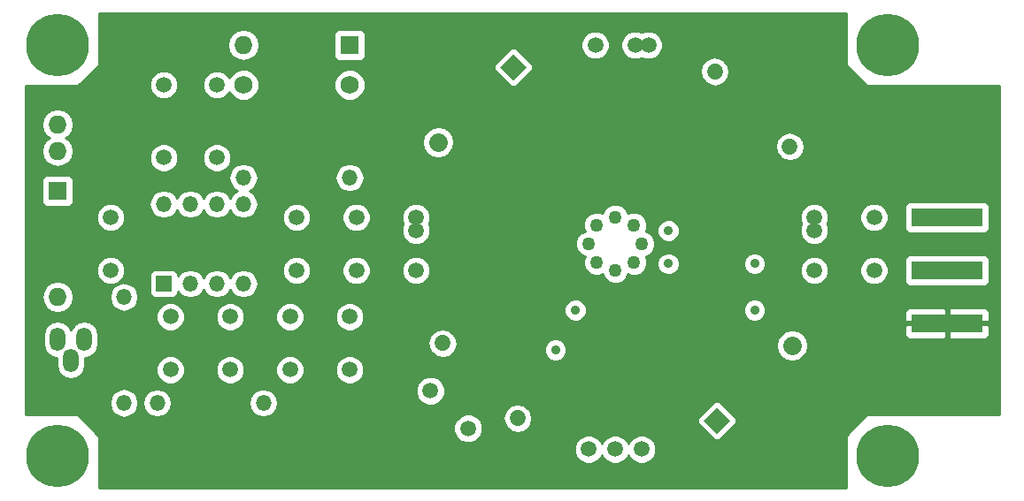
<source format=gbl>
G04 (created by PCBNEW (22-Jun-2014 BZR 4027)-stable) date Wed 13 Dec 2017 11:48:00 PM CST*
%MOIN*%
G04 Gerber Fmt 3.4, Leading zero omitted, Abs format*
%FSLAX34Y34*%
G01*
G70*
G90*
G04 APERTURE LIST*
%ADD10C,0.00590551*%
%ADD11O,0.059X0.0885*%
%ADD12O,0.059X0.059*%
%ADD13C,0.059*%
%ADD14R,0.069X0.069*%
%ADD15O,0.069X0.069*%
%ADD16C,0.069*%
%ADD17C,0.059*%
%ADD18C,0.05*%
%ADD19R,0.059X0.059*%
%ADD20R,0.269X0.069*%
%ADD21C,0.23622*%
%ADD22O,0.032X0.032*%
%ADD23C,0.069*%
%ADD24C,0.035*%
%ADD25C,0.01*%
G04 APERTURE END LIST*
G54D10*
G54D11*
X81500Y-55602D03*
X81000Y-56397D03*
X80500Y-55602D03*
G54D12*
X83000Y-54000D03*
X83000Y-58000D03*
X88250Y-58000D03*
X84250Y-58000D03*
G54D13*
X95000Y-55750D02*
X95000Y-55750D01*
X97828Y-58578D02*
X97828Y-58578D01*
X105250Y-45500D02*
X105250Y-45500D01*
X108078Y-48328D02*
X108078Y-48328D01*
G54D12*
X87500Y-49500D03*
X91500Y-49500D03*
G54D14*
X80500Y-50000D03*
G54D15*
X80500Y-54000D03*
G54D10*
G36*
X105335Y-58176D02*
X105823Y-58664D01*
X105335Y-59152D01*
X104847Y-58664D01*
X105335Y-58176D01*
X105335Y-58176D01*
G37*
G54D16*
X108164Y-55835D02*
X108164Y-55835D01*
G54D10*
G36*
X97664Y-45823D02*
X97176Y-45335D01*
X97664Y-44847D01*
X98152Y-45335D01*
X97664Y-45823D01*
X97664Y-45823D01*
G37*
G54D16*
X94835Y-48164D02*
X94835Y-48164D01*
G54D14*
X91500Y-44500D03*
G54D15*
X87500Y-44500D03*
G54D17*
X87000Y-54750D03*
X87000Y-56750D03*
X91500Y-56750D03*
X91500Y-54750D03*
X82500Y-51000D03*
X82500Y-53000D03*
X111250Y-51000D03*
X111250Y-53000D03*
X84750Y-56750D03*
X84750Y-54750D03*
X84500Y-48750D03*
X86500Y-48750D03*
X95957Y-58957D03*
X94542Y-57542D03*
X89500Y-51000D03*
X89500Y-53000D03*
X91750Y-51000D03*
X91750Y-53000D03*
X89250Y-54750D03*
X89250Y-56750D03*
G54D18*
X101500Y-51000D03*
X102500Y-52000D03*
X102200Y-52700D03*
X102200Y-51300D03*
X101500Y-53000D03*
X100800Y-52700D03*
X100500Y-52000D03*
X100800Y-51300D03*
G54D19*
X84500Y-53500D03*
G54D12*
X85500Y-53500D03*
X86500Y-53500D03*
X87500Y-53500D03*
X87500Y-50500D03*
X86500Y-50500D03*
X84500Y-50500D03*
X85500Y-50500D03*
G54D20*
X114000Y-51000D03*
X114000Y-53000D03*
G54D15*
X80500Y-47500D03*
X80500Y-48500D03*
G54D21*
X80500Y-44500D03*
X111750Y-44500D03*
X111750Y-60000D03*
X80500Y-60000D03*
G54D22*
X100250Y-43500D03*
X101750Y-61000D03*
X79500Y-50000D03*
X80250Y-46250D03*
X81000Y-46250D03*
X79500Y-46250D03*
X82250Y-43500D03*
X82250Y-44250D03*
X82250Y-45000D03*
X81750Y-46250D03*
X82250Y-45750D03*
X110000Y-43500D03*
X110000Y-44250D03*
X110000Y-45000D03*
X110000Y-45750D03*
X111250Y-46250D03*
X110500Y-46250D03*
X115750Y-46250D03*
X115000Y-46250D03*
X114250Y-46250D03*
X113500Y-46250D03*
X112750Y-46250D03*
X112000Y-46250D03*
X115750Y-58250D03*
X115000Y-58250D03*
X114250Y-58250D03*
X113500Y-58250D03*
X112750Y-58250D03*
X112000Y-58250D03*
X111250Y-58250D03*
X110000Y-61000D03*
X110000Y-60250D03*
X110000Y-59500D03*
X110000Y-58750D03*
X110500Y-58250D03*
X79500Y-58250D03*
X80250Y-58250D03*
X81000Y-58250D03*
X81750Y-58250D03*
X82250Y-61000D03*
X82250Y-60250D03*
X82250Y-59500D03*
X82250Y-58750D03*
X79500Y-57500D03*
X79500Y-56750D03*
X79500Y-56000D03*
X79500Y-55250D03*
X79500Y-54500D03*
X79500Y-53750D03*
X79500Y-47000D03*
X79500Y-47750D03*
X79500Y-48500D03*
X79500Y-49250D03*
X79500Y-50750D03*
X79500Y-51500D03*
X79500Y-53000D03*
X79500Y-52250D03*
X115750Y-47000D03*
X115750Y-47750D03*
X115750Y-48500D03*
X115750Y-49250D03*
X115750Y-50000D03*
X115750Y-50750D03*
X115750Y-51500D03*
X115750Y-52250D03*
X115750Y-53000D03*
X115750Y-53750D03*
X115750Y-54500D03*
X115750Y-55250D03*
X115750Y-56000D03*
X115750Y-56750D03*
X115750Y-57500D03*
X109250Y-43500D03*
X108500Y-43500D03*
X107750Y-43500D03*
X107000Y-43500D03*
X106250Y-43500D03*
X105500Y-43500D03*
X104750Y-43500D03*
X104000Y-43500D03*
X103250Y-43500D03*
X102500Y-43500D03*
X101750Y-43500D03*
X101000Y-43500D03*
X99500Y-43500D03*
X98750Y-43500D03*
X98000Y-43500D03*
X97250Y-43500D03*
X96500Y-43500D03*
X95750Y-43500D03*
X95000Y-43500D03*
X94250Y-43500D03*
X93500Y-43500D03*
X92750Y-43500D03*
X92000Y-43500D03*
X91250Y-43500D03*
X90500Y-43500D03*
X89750Y-43500D03*
X89000Y-43500D03*
X88250Y-43500D03*
X87500Y-43500D03*
X86750Y-43500D03*
X86000Y-43500D03*
X85250Y-43500D03*
X84500Y-43500D03*
X83750Y-43500D03*
X83000Y-43500D03*
X83750Y-61000D03*
X83000Y-61000D03*
X84500Y-61000D03*
X85250Y-61000D03*
X86000Y-61000D03*
X86750Y-61000D03*
X87500Y-61000D03*
X88250Y-61000D03*
X89000Y-61000D03*
X89750Y-61000D03*
X90500Y-61000D03*
X91250Y-61000D03*
X92000Y-61000D03*
X92750Y-61000D03*
X93500Y-61000D03*
X94250Y-61000D03*
X95000Y-61000D03*
X95750Y-61000D03*
X96500Y-61000D03*
X97250Y-61000D03*
X98000Y-61000D03*
X98750Y-61000D03*
X99500Y-61000D03*
X100250Y-61000D03*
X101000Y-61000D03*
X102500Y-61000D03*
X103250Y-61000D03*
X104000Y-61000D03*
X104750Y-61000D03*
X105500Y-61000D03*
X106250Y-61000D03*
X107000Y-61000D03*
X107750Y-61000D03*
X108500Y-61000D03*
G54D20*
X114000Y-55000D03*
G54D22*
X109250Y-61000D03*
G54D23*
X87500Y-46000D03*
X91500Y-46000D03*
G54D17*
X86500Y-46000D03*
X84500Y-46000D03*
X102500Y-59750D03*
X100500Y-59750D03*
X101500Y-59750D03*
X102750Y-44500D03*
X100750Y-44500D03*
X102250Y-44500D03*
X109000Y-51000D03*
X109000Y-53000D03*
X109000Y-51500D03*
X94000Y-51000D03*
X94000Y-53000D03*
X94000Y-51500D03*
G54D24*
X103500Y-51500D03*
X103500Y-52750D03*
X99250Y-56000D03*
X100000Y-54500D03*
X106750Y-52750D03*
X106750Y-54500D03*
G54D10*
G36*
X115950Y-58450D02*
X115595Y-58450D01*
X115595Y-55394D01*
X115595Y-54605D01*
X115595Y-53295D01*
X115595Y-52605D01*
X115595Y-51295D01*
X115595Y-50605D01*
X115557Y-50513D01*
X115486Y-50443D01*
X115394Y-50405D01*
X115295Y-50404D01*
X112605Y-50404D01*
X112513Y-50442D01*
X112443Y-50513D01*
X112405Y-50605D01*
X112404Y-50704D01*
X112404Y-51394D01*
X112442Y-51486D01*
X112513Y-51556D01*
X112605Y-51594D01*
X112704Y-51595D01*
X115394Y-51595D01*
X115486Y-51557D01*
X115556Y-51486D01*
X115594Y-51394D01*
X115595Y-51295D01*
X115595Y-52605D01*
X115557Y-52513D01*
X115486Y-52443D01*
X115394Y-52405D01*
X115295Y-52404D01*
X112605Y-52404D01*
X112513Y-52442D01*
X112443Y-52513D01*
X112405Y-52605D01*
X112404Y-52704D01*
X112404Y-53394D01*
X112442Y-53486D01*
X112513Y-53556D01*
X112605Y-53594D01*
X112704Y-53595D01*
X115394Y-53595D01*
X115486Y-53557D01*
X115556Y-53486D01*
X115594Y-53394D01*
X115595Y-53295D01*
X115595Y-54605D01*
X115557Y-54513D01*
X115486Y-54443D01*
X115394Y-54405D01*
X115295Y-54404D01*
X114112Y-54405D01*
X114050Y-54467D01*
X114050Y-54950D01*
X115532Y-54950D01*
X115595Y-54887D01*
X115595Y-54605D01*
X115595Y-55394D01*
X115595Y-55112D01*
X115532Y-55050D01*
X114050Y-55050D01*
X114050Y-55532D01*
X114112Y-55595D01*
X115295Y-55595D01*
X115394Y-55594D01*
X115486Y-55556D01*
X115557Y-55486D01*
X115595Y-55394D01*
X115595Y-58450D01*
X113950Y-58450D01*
X113950Y-55532D01*
X113950Y-55050D01*
X113950Y-54950D01*
X113950Y-54467D01*
X113887Y-54405D01*
X112704Y-54404D01*
X112605Y-54405D01*
X112513Y-54443D01*
X112442Y-54513D01*
X112404Y-54605D01*
X112405Y-54887D01*
X112467Y-54950D01*
X113950Y-54950D01*
X113950Y-55050D01*
X112467Y-55050D01*
X112405Y-55112D01*
X112404Y-55394D01*
X112442Y-55486D01*
X112513Y-55556D01*
X112605Y-55594D01*
X112704Y-55595D01*
X113887Y-55595D01*
X113950Y-55532D01*
X113950Y-58450D01*
X111795Y-58450D01*
X111795Y-52892D01*
X111795Y-50892D01*
X111712Y-50691D01*
X111559Y-50538D01*
X111358Y-50455D01*
X111142Y-50454D01*
X110941Y-50537D01*
X110788Y-50690D01*
X110705Y-50891D01*
X110704Y-51107D01*
X110787Y-51308D01*
X110940Y-51461D01*
X111141Y-51544D01*
X111357Y-51545D01*
X111558Y-51462D01*
X111711Y-51309D01*
X111794Y-51108D01*
X111795Y-50892D01*
X111795Y-52892D01*
X111712Y-52691D01*
X111559Y-52538D01*
X111358Y-52455D01*
X111142Y-52454D01*
X110941Y-52537D01*
X110788Y-52690D01*
X110705Y-52891D01*
X110704Y-53107D01*
X110787Y-53308D01*
X110940Y-53461D01*
X111141Y-53544D01*
X111357Y-53545D01*
X111558Y-53462D01*
X111711Y-53309D01*
X111794Y-53108D01*
X111795Y-52892D01*
X111795Y-58450D01*
X110979Y-58450D01*
X110200Y-59229D01*
X110200Y-61200D01*
X109545Y-61200D01*
X109545Y-52892D01*
X109545Y-51392D01*
X109486Y-51249D01*
X109544Y-51108D01*
X109545Y-50892D01*
X109462Y-50691D01*
X109309Y-50538D01*
X109108Y-50455D01*
X108892Y-50454D01*
X108691Y-50537D01*
X108630Y-50598D01*
X108630Y-48335D01*
X108589Y-48127D01*
X108471Y-47950D01*
X108456Y-47935D01*
X108279Y-47817D01*
X108070Y-47775D01*
X107862Y-47817D01*
X107685Y-47935D01*
X107567Y-48112D01*
X107525Y-48320D01*
X107567Y-48529D01*
X107685Y-48706D01*
X107700Y-48721D01*
X107877Y-48839D01*
X108085Y-48880D01*
X108294Y-48839D01*
X108471Y-48721D01*
X108589Y-48544D01*
X108630Y-48335D01*
X108630Y-50598D01*
X108538Y-50690D01*
X108455Y-50891D01*
X108454Y-51107D01*
X108513Y-51250D01*
X108455Y-51391D01*
X108454Y-51607D01*
X108537Y-51808D01*
X108690Y-51961D01*
X108891Y-52044D01*
X109107Y-52045D01*
X109308Y-51962D01*
X109461Y-51809D01*
X109544Y-51608D01*
X109545Y-51392D01*
X109545Y-52892D01*
X109462Y-52691D01*
X109309Y-52538D01*
X109108Y-52455D01*
X108892Y-52454D01*
X108691Y-52537D01*
X108538Y-52690D01*
X108455Y-52891D01*
X108454Y-53107D01*
X108537Y-53308D01*
X108690Y-53461D01*
X108891Y-53544D01*
X109107Y-53545D01*
X109308Y-53462D01*
X109461Y-53309D01*
X109544Y-53108D01*
X109545Y-52892D01*
X109545Y-61200D01*
X108767Y-61200D01*
X108767Y-55827D01*
X108722Y-55599D01*
X108593Y-55406D01*
X108400Y-55277D01*
X108172Y-55232D01*
X107944Y-55277D01*
X107751Y-55406D01*
X107735Y-55423D01*
X107606Y-55616D01*
X107560Y-55844D01*
X107606Y-56071D01*
X107735Y-56264D01*
X107928Y-56393D01*
X108155Y-56439D01*
X108383Y-56393D01*
X108576Y-56264D01*
X108593Y-56248D01*
X108722Y-56055D01*
X108767Y-55827D01*
X108767Y-61200D01*
X107175Y-61200D01*
X107175Y-54415D01*
X107175Y-52665D01*
X107110Y-52509D01*
X106991Y-52389D01*
X106834Y-52325D01*
X106665Y-52324D01*
X106509Y-52389D01*
X106389Y-52508D01*
X106325Y-52665D01*
X106324Y-52834D01*
X106389Y-52990D01*
X106508Y-53110D01*
X106665Y-53174D01*
X106834Y-53175D01*
X106990Y-53110D01*
X107110Y-52991D01*
X107174Y-52834D01*
X107175Y-52665D01*
X107175Y-54415D01*
X107110Y-54259D01*
X106991Y-54139D01*
X106834Y-54075D01*
X106665Y-54074D01*
X106509Y-54139D01*
X106389Y-54258D01*
X106325Y-54415D01*
X106324Y-54584D01*
X106389Y-54740D01*
X106508Y-54860D01*
X106665Y-54924D01*
X106834Y-54925D01*
X106990Y-54860D01*
X107110Y-54741D01*
X107174Y-54584D01*
X107175Y-54415D01*
X107175Y-61200D01*
X106073Y-61200D01*
X106073Y-58614D01*
X106035Y-58522D01*
X105965Y-58452D01*
X105802Y-58289D01*
X105802Y-45507D01*
X105761Y-45298D01*
X105642Y-45122D01*
X105627Y-45107D01*
X105451Y-44988D01*
X105242Y-44947D01*
X105033Y-44988D01*
X104857Y-45107D01*
X104738Y-45283D01*
X104697Y-45492D01*
X104738Y-45701D01*
X104857Y-45877D01*
X104872Y-45892D01*
X105048Y-46011D01*
X105257Y-46052D01*
X105466Y-46011D01*
X105642Y-45892D01*
X105761Y-45716D01*
X105802Y-45507D01*
X105802Y-58289D01*
X105477Y-57964D01*
X105385Y-57926D01*
X105286Y-57926D01*
X105194Y-57964D01*
X105123Y-58034D01*
X104636Y-58522D01*
X104597Y-58614D01*
X104597Y-58713D01*
X104635Y-58805D01*
X104706Y-58876D01*
X105193Y-59363D01*
X105285Y-59402D01*
X105385Y-59402D01*
X105477Y-59364D01*
X105547Y-59293D01*
X106035Y-58806D01*
X106073Y-58714D01*
X106073Y-58614D01*
X106073Y-61200D01*
X103925Y-61200D01*
X103925Y-52665D01*
X103925Y-51415D01*
X103860Y-51259D01*
X103741Y-51139D01*
X103584Y-51075D01*
X103415Y-51074D01*
X103295Y-51124D01*
X103295Y-44392D01*
X103212Y-44191D01*
X103059Y-44038D01*
X102858Y-43955D01*
X102642Y-43954D01*
X102499Y-44013D01*
X102358Y-43955D01*
X102142Y-43954D01*
X101941Y-44037D01*
X101788Y-44190D01*
X101705Y-44391D01*
X101704Y-44607D01*
X101787Y-44808D01*
X101940Y-44961D01*
X102141Y-45044D01*
X102357Y-45045D01*
X102500Y-44986D01*
X102641Y-45044D01*
X102857Y-45045D01*
X103058Y-44962D01*
X103211Y-44809D01*
X103294Y-44608D01*
X103295Y-44392D01*
X103295Y-51124D01*
X103259Y-51139D01*
X103139Y-51258D01*
X103075Y-51415D01*
X103074Y-51584D01*
X103139Y-51740D01*
X103258Y-51860D01*
X103415Y-51924D01*
X103584Y-51925D01*
X103740Y-51860D01*
X103860Y-51741D01*
X103924Y-51584D01*
X103925Y-51415D01*
X103925Y-52665D01*
X103860Y-52509D01*
X103741Y-52389D01*
X103584Y-52325D01*
X103415Y-52324D01*
X103259Y-52389D01*
X103139Y-52508D01*
X103075Y-52665D01*
X103074Y-52834D01*
X103139Y-52990D01*
X103258Y-53110D01*
X103415Y-53174D01*
X103584Y-53175D01*
X103740Y-53110D01*
X103860Y-52991D01*
X103924Y-52834D01*
X103925Y-52665D01*
X103925Y-61200D01*
X103045Y-61200D01*
X103045Y-59642D01*
X103000Y-59533D01*
X103000Y-51900D01*
X102924Y-51717D01*
X102783Y-51576D01*
X102649Y-51520D01*
X102699Y-51399D01*
X102700Y-51200D01*
X102624Y-51017D01*
X102483Y-50876D01*
X102299Y-50800D01*
X102100Y-50799D01*
X101979Y-50850D01*
X101924Y-50717D01*
X101783Y-50576D01*
X101599Y-50500D01*
X101400Y-50499D01*
X101295Y-50543D01*
X101295Y-44392D01*
X101212Y-44191D01*
X101059Y-44038D01*
X100858Y-43955D01*
X100642Y-43954D01*
X100441Y-44037D01*
X100288Y-44190D01*
X100205Y-44391D01*
X100204Y-44607D01*
X100287Y-44808D01*
X100440Y-44961D01*
X100641Y-45044D01*
X100857Y-45045D01*
X101058Y-44962D01*
X101211Y-44809D01*
X101294Y-44608D01*
X101295Y-44392D01*
X101295Y-50543D01*
X101217Y-50575D01*
X101076Y-50716D01*
X101020Y-50850D01*
X100899Y-50800D01*
X100700Y-50799D01*
X100517Y-50875D01*
X100376Y-51016D01*
X100300Y-51200D01*
X100299Y-51399D01*
X100350Y-51520D01*
X100217Y-51575D01*
X100076Y-51716D01*
X100000Y-51900D01*
X99999Y-52099D01*
X100075Y-52282D01*
X100216Y-52423D01*
X100350Y-52479D01*
X100300Y-52600D01*
X100299Y-52799D01*
X100375Y-52982D01*
X100516Y-53123D01*
X100700Y-53199D01*
X100899Y-53200D01*
X101020Y-53149D01*
X101075Y-53282D01*
X101216Y-53423D01*
X101400Y-53499D01*
X101599Y-53500D01*
X101782Y-53424D01*
X101923Y-53283D01*
X101979Y-53149D01*
X102100Y-53199D01*
X102299Y-53200D01*
X102482Y-53124D01*
X102623Y-52983D01*
X102699Y-52799D01*
X102700Y-52600D01*
X102649Y-52479D01*
X102782Y-52424D01*
X102923Y-52283D01*
X102999Y-52099D01*
X103000Y-51900D01*
X103000Y-59533D01*
X102962Y-59441D01*
X102809Y-59288D01*
X102608Y-59205D01*
X102392Y-59204D01*
X102191Y-59287D01*
X102038Y-59440D01*
X102000Y-59532D01*
X101962Y-59441D01*
X101809Y-59288D01*
X101608Y-59205D01*
X101392Y-59204D01*
X101191Y-59287D01*
X101038Y-59440D01*
X101000Y-59532D01*
X100962Y-59441D01*
X100809Y-59288D01*
X100608Y-59205D01*
X100425Y-59204D01*
X100425Y-54415D01*
X100360Y-54259D01*
X100241Y-54139D01*
X100084Y-54075D01*
X99915Y-54074D01*
X99759Y-54139D01*
X99639Y-54258D01*
X99575Y-54415D01*
X99574Y-54584D01*
X99639Y-54740D01*
X99758Y-54860D01*
X99915Y-54924D01*
X100084Y-54925D01*
X100240Y-54860D01*
X100360Y-54741D01*
X100424Y-54584D01*
X100425Y-54415D01*
X100425Y-59204D01*
X100392Y-59204D01*
X100191Y-59287D01*
X100038Y-59440D01*
X99955Y-59641D01*
X99954Y-59857D01*
X100037Y-60058D01*
X100190Y-60211D01*
X100391Y-60294D01*
X100607Y-60295D01*
X100808Y-60212D01*
X100961Y-60059D01*
X100999Y-59967D01*
X101037Y-60058D01*
X101190Y-60211D01*
X101391Y-60294D01*
X101607Y-60295D01*
X101808Y-60212D01*
X101961Y-60059D01*
X101999Y-59967D01*
X102037Y-60058D01*
X102190Y-60211D01*
X102391Y-60294D01*
X102607Y-60295D01*
X102808Y-60212D01*
X102961Y-60059D01*
X103044Y-59858D01*
X103045Y-59642D01*
X103045Y-61200D01*
X99675Y-61200D01*
X99675Y-55915D01*
X99610Y-55759D01*
X99491Y-55639D01*
X99334Y-55575D01*
X99165Y-55574D01*
X99009Y-55639D01*
X98889Y-55758D01*
X98825Y-55915D01*
X98824Y-56084D01*
X98889Y-56240D01*
X99008Y-56360D01*
X99165Y-56424D01*
X99334Y-56425D01*
X99490Y-56360D01*
X99610Y-56241D01*
X99674Y-56084D01*
X99675Y-55915D01*
X99675Y-61200D01*
X98402Y-61200D01*
X98402Y-45286D01*
X98364Y-45194D01*
X98293Y-45123D01*
X97806Y-44636D01*
X97714Y-44597D01*
X97614Y-44597D01*
X97522Y-44635D01*
X97452Y-44706D01*
X96964Y-45193D01*
X96926Y-45285D01*
X96926Y-45385D01*
X96964Y-45477D01*
X97034Y-45547D01*
X97522Y-46035D01*
X97614Y-46073D01*
X97713Y-46073D01*
X97805Y-46035D01*
X97876Y-45965D01*
X98363Y-45477D01*
X98402Y-45385D01*
X98402Y-45286D01*
X98402Y-61200D01*
X98380Y-61200D01*
X98380Y-58585D01*
X98339Y-58377D01*
X98221Y-58200D01*
X98206Y-58185D01*
X98029Y-58067D01*
X97820Y-58025D01*
X97612Y-58067D01*
X97435Y-58185D01*
X97317Y-58362D01*
X97275Y-58570D01*
X97317Y-58779D01*
X97435Y-58956D01*
X97450Y-58971D01*
X97627Y-59089D01*
X97835Y-59130D01*
X98044Y-59089D01*
X98221Y-58971D01*
X98339Y-58794D01*
X98380Y-58585D01*
X98380Y-61200D01*
X96502Y-61200D01*
X96502Y-58849D01*
X96419Y-58648D01*
X96266Y-58495D01*
X96065Y-58412D01*
X95849Y-58412D01*
X95648Y-58494D01*
X95552Y-58590D01*
X95552Y-55757D01*
X95511Y-55548D01*
X95439Y-55441D01*
X95439Y-48155D01*
X95393Y-47928D01*
X95264Y-47735D01*
X95071Y-47606D01*
X94844Y-47560D01*
X94616Y-47606D01*
X94423Y-47735D01*
X94406Y-47751D01*
X94277Y-47944D01*
X94232Y-48172D01*
X94277Y-48400D01*
X94406Y-48593D01*
X94599Y-48722D01*
X94827Y-48767D01*
X95055Y-48722D01*
X95248Y-48593D01*
X95264Y-48576D01*
X95393Y-48383D01*
X95439Y-48155D01*
X95439Y-55441D01*
X95392Y-55372D01*
X95377Y-55357D01*
X95201Y-55238D01*
X94992Y-55197D01*
X94783Y-55238D01*
X94607Y-55357D01*
X94545Y-55449D01*
X94545Y-52892D01*
X94545Y-51392D01*
X94486Y-51249D01*
X94544Y-51108D01*
X94545Y-50892D01*
X94462Y-50691D01*
X94309Y-50538D01*
X94108Y-50455D01*
X93892Y-50454D01*
X93691Y-50537D01*
X93538Y-50690D01*
X93455Y-50891D01*
X93454Y-51107D01*
X93513Y-51250D01*
X93455Y-51391D01*
X93454Y-51607D01*
X93537Y-51808D01*
X93690Y-51961D01*
X93891Y-52044D01*
X94107Y-52045D01*
X94308Y-51962D01*
X94461Y-51809D01*
X94544Y-51608D01*
X94545Y-51392D01*
X94545Y-52892D01*
X94462Y-52691D01*
X94309Y-52538D01*
X94108Y-52455D01*
X93892Y-52454D01*
X93691Y-52537D01*
X93538Y-52690D01*
X93455Y-52891D01*
X93454Y-53107D01*
X93537Y-53308D01*
X93690Y-53461D01*
X93891Y-53544D01*
X94107Y-53545D01*
X94308Y-53462D01*
X94461Y-53309D01*
X94544Y-53108D01*
X94545Y-52892D01*
X94545Y-55449D01*
X94488Y-55533D01*
X94447Y-55742D01*
X94488Y-55951D01*
X94607Y-56127D01*
X94622Y-56142D01*
X94798Y-56261D01*
X95007Y-56302D01*
X95216Y-56261D01*
X95392Y-56142D01*
X95511Y-55966D01*
X95552Y-55757D01*
X95552Y-58590D01*
X95495Y-58647D01*
X95412Y-58848D01*
X95412Y-59065D01*
X95494Y-59265D01*
X95647Y-59418D01*
X95848Y-59502D01*
X96065Y-59502D01*
X96265Y-59419D01*
X96418Y-59266D01*
X96502Y-59065D01*
X96502Y-58849D01*
X96502Y-61200D01*
X95087Y-61200D01*
X95087Y-57434D01*
X95005Y-57234D01*
X94852Y-57081D01*
X94651Y-56997D01*
X94434Y-56997D01*
X94234Y-57080D01*
X94081Y-57233D01*
X93997Y-57434D01*
X93997Y-57650D01*
X94080Y-57851D01*
X94233Y-58004D01*
X94434Y-58087D01*
X94650Y-58087D01*
X94851Y-58005D01*
X95004Y-57852D01*
X95087Y-57651D01*
X95087Y-57434D01*
X95087Y-61200D01*
X92295Y-61200D01*
X92295Y-52892D01*
X92295Y-50892D01*
X92212Y-50691D01*
X92095Y-50574D01*
X92095Y-45882D01*
X92095Y-45882D01*
X92095Y-44795D01*
X92095Y-44105D01*
X92057Y-44013D01*
X91986Y-43943D01*
X91894Y-43905D01*
X91795Y-43904D01*
X91105Y-43904D01*
X91013Y-43942D01*
X90943Y-44013D01*
X90905Y-44105D01*
X90904Y-44204D01*
X90904Y-44894D01*
X90942Y-44986D01*
X91013Y-45056D01*
X91105Y-45094D01*
X91204Y-45095D01*
X91894Y-45095D01*
X91986Y-45057D01*
X92056Y-44986D01*
X92094Y-44894D01*
X92095Y-44795D01*
X92095Y-45882D01*
X92004Y-45663D01*
X91837Y-45495D01*
X91618Y-45405D01*
X91382Y-45404D01*
X91163Y-45495D01*
X90995Y-45662D01*
X90905Y-45881D01*
X90904Y-46117D01*
X90995Y-46336D01*
X91162Y-46504D01*
X91381Y-46594D01*
X91617Y-46595D01*
X91836Y-46504D01*
X92004Y-46337D01*
X92094Y-46118D01*
X92095Y-45882D01*
X92095Y-50574D01*
X92059Y-50538D01*
X92055Y-50536D01*
X92055Y-49500D01*
X92014Y-49291D01*
X91896Y-49114D01*
X91719Y-48996D01*
X91510Y-48955D01*
X91489Y-48955D01*
X91280Y-48996D01*
X91103Y-49114D01*
X90985Y-49291D01*
X90944Y-49500D01*
X90985Y-49708D01*
X91103Y-49885D01*
X91280Y-50003D01*
X91489Y-50045D01*
X91510Y-50045D01*
X91719Y-50003D01*
X91896Y-49885D01*
X92014Y-49708D01*
X92055Y-49500D01*
X92055Y-50536D01*
X91858Y-50455D01*
X91642Y-50454D01*
X91441Y-50537D01*
X91288Y-50690D01*
X91205Y-50891D01*
X91204Y-51107D01*
X91287Y-51308D01*
X91440Y-51461D01*
X91641Y-51544D01*
X91857Y-51545D01*
X92058Y-51462D01*
X92211Y-51309D01*
X92294Y-51108D01*
X92295Y-50892D01*
X92295Y-52892D01*
X92212Y-52691D01*
X92059Y-52538D01*
X91858Y-52455D01*
X91642Y-52454D01*
X91441Y-52537D01*
X91288Y-52690D01*
X91205Y-52891D01*
X91204Y-53107D01*
X91287Y-53308D01*
X91440Y-53461D01*
X91641Y-53544D01*
X91857Y-53545D01*
X92058Y-53462D01*
X92211Y-53309D01*
X92294Y-53108D01*
X92295Y-52892D01*
X92295Y-61200D01*
X92045Y-61200D01*
X92045Y-56642D01*
X92045Y-54642D01*
X91962Y-54441D01*
X91809Y-54288D01*
X91608Y-54205D01*
X91392Y-54204D01*
X91191Y-54287D01*
X91038Y-54440D01*
X90955Y-54641D01*
X90954Y-54857D01*
X91037Y-55058D01*
X91190Y-55211D01*
X91391Y-55294D01*
X91607Y-55295D01*
X91808Y-55212D01*
X91961Y-55059D01*
X92044Y-54858D01*
X92045Y-54642D01*
X92045Y-56642D01*
X91962Y-56441D01*
X91809Y-56288D01*
X91608Y-56205D01*
X91392Y-56204D01*
X91191Y-56287D01*
X91038Y-56440D01*
X90955Y-56641D01*
X90954Y-56857D01*
X91037Y-57058D01*
X91190Y-57211D01*
X91391Y-57294D01*
X91607Y-57295D01*
X91808Y-57212D01*
X91961Y-57059D01*
X92044Y-56858D01*
X92045Y-56642D01*
X92045Y-61200D01*
X90045Y-61200D01*
X90045Y-52892D01*
X90045Y-50892D01*
X89962Y-50691D01*
X89809Y-50538D01*
X89608Y-50455D01*
X89392Y-50454D01*
X89191Y-50537D01*
X89038Y-50690D01*
X88955Y-50891D01*
X88954Y-51107D01*
X89037Y-51308D01*
X89190Y-51461D01*
X89391Y-51544D01*
X89607Y-51545D01*
X89808Y-51462D01*
X89961Y-51309D01*
X90044Y-51108D01*
X90045Y-50892D01*
X90045Y-52892D01*
X89962Y-52691D01*
X89809Y-52538D01*
X89608Y-52455D01*
X89392Y-52454D01*
X89191Y-52537D01*
X89038Y-52690D01*
X88955Y-52891D01*
X88954Y-53107D01*
X89037Y-53308D01*
X89190Y-53461D01*
X89391Y-53544D01*
X89607Y-53545D01*
X89808Y-53462D01*
X89961Y-53309D01*
X90044Y-53108D01*
X90045Y-52892D01*
X90045Y-61200D01*
X89795Y-61200D01*
X89795Y-56642D01*
X89795Y-54642D01*
X89712Y-54441D01*
X89559Y-54288D01*
X89358Y-54205D01*
X89142Y-54204D01*
X88941Y-54287D01*
X88788Y-54440D01*
X88705Y-54641D01*
X88704Y-54857D01*
X88787Y-55058D01*
X88940Y-55211D01*
X89141Y-55294D01*
X89357Y-55295D01*
X89558Y-55212D01*
X89711Y-55059D01*
X89794Y-54858D01*
X89795Y-54642D01*
X89795Y-56642D01*
X89712Y-56441D01*
X89559Y-56288D01*
X89358Y-56205D01*
X89142Y-56204D01*
X88941Y-56287D01*
X88788Y-56440D01*
X88705Y-56641D01*
X88704Y-56857D01*
X88787Y-57058D01*
X88940Y-57211D01*
X89141Y-57294D01*
X89357Y-57295D01*
X89558Y-57212D01*
X89711Y-57059D01*
X89794Y-56858D01*
X89795Y-56642D01*
X89795Y-61200D01*
X88805Y-61200D01*
X88805Y-58000D01*
X88764Y-57791D01*
X88646Y-57614D01*
X88469Y-57496D01*
X88260Y-57455D01*
X88239Y-57455D01*
X88106Y-57481D01*
X88106Y-44500D01*
X88061Y-44272D01*
X87932Y-44079D01*
X87739Y-43950D01*
X87511Y-43905D01*
X87488Y-43905D01*
X87260Y-43950D01*
X87067Y-44079D01*
X86938Y-44272D01*
X86893Y-44500D01*
X86938Y-44727D01*
X87067Y-44920D01*
X87260Y-45049D01*
X87488Y-45095D01*
X87511Y-45095D01*
X87739Y-45049D01*
X87932Y-44920D01*
X88061Y-44727D01*
X88106Y-44500D01*
X88106Y-57481D01*
X88095Y-57483D01*
X88095Y-45882D01*
X88004Y-45663D01*
X87837Y-45495D01*
X87618Y-45405D01*
X87382Y-45404D01*
X87163Y-45495D01*
X86995Y-45662D01*
X86973Y-45717D01*
X86962Y-45691D01*
X86809Y-45538D01*
X86608Y-45455D01*
X86392Y-45454D01*
X86191Y-45537D01*
X86038Y-45690D01*
X85955Y-45891D01*
X85954Y-46107D01*
X86037Y-46308D01*
X86190Y-46461D01*
X86391Y-46544D01*
X86607Y-46545D01*
X86808Y-46462D01*
X86961Y-46309D01*
X86972Y-46282D01*
X86995Y-46336D01*
X87162Y-46504D01*
X87381Y-46594D01*
X87617Y-46595D01*
X87836Y-46504D01*
X88004Y-46337D01*
X88094Y-46118D01*
X88095Y-45882D01*
X88095Y-57483D01*
X88055Y-57491D01*
X88055Y-53500D01*
X88055Y-50500D01*
X88014Y-50291D01*
X87896Y-50114D01*
X87724Y-50000D01*
X87896Y-49885D01*
X88014Y-49708D01*
X88055Y-49500D01*
X88014Y-49291D01*
X87896Y-49114D01*
X87719Y-48996D01*
X87510Y-48955D01*
X87489Y-48955D01*
X87280Y-48996D01*
X87103Y-49114D01*
X87045Y-49202D01*
X87045Y-48642D01*
X86962Y-48441D01*
X86809Y-48288D01*
X86608Y-48205D01*
X86392Y-48204D01*
X86191Y-48287D01*
X86038Y-48440D01*
X85955Y-48641D01*
X85954Y-48857D01*
X86037Y-49058D01*
X86190Y-49211D01*
X86391Y-49294D01*
X86607Y-49295D01*
X86808Y-49212D01*
X86961Y-49059D01*
X87044Y-48858D01*
X87045Y-48642D01*
X87045Y-49202D01*
X86985Y-49291D01*
X86944Y-49500D01*
X86985Y-49708D01*
X87103Y-49885D01*
X87275Y-50000D01*
X87103Y-50114D01*
X87000Y-50270D01*
X86896Y-50114D01*
X86719Y-49996D01*
X86510Y-49955D01*
X86489Y-49955D01*
X86280Y-49996D01*
X86103Y-50114D01*
X86000Y-50270D01*
X85896Y-50114D01*
X85719Y-49996D01*
X85510Y-49955D01*
X85489Y-49955D01*
X85280Y-49996D01*
X85103Y-50114D01*
X85045Y-50202D01*
X85045Y-48642D01*
X85045Y-45892D01*
X84962Y-45691D01*
X84809Y-45538D01*
X84608Y-45455D01*
X84392Y-45454D01*
X84191Y-45537D01*
X84038Y-45690D01*
X83955Y-45891D01*
X83954Y-46107D01*
X84037Y-46308D01*
X84190Y-46461D01*
X84391Y-46544D01*
X84607Y-46545D01*
X84808Y-46462D01*
X84961Y-46309D01*
X85044Y-46108D01*
X85045Y-45892D01*
X85045Y-48642D01*
X84962Y-48441D01*
X84809Y-48288D01*
X84608Y-48205D01*
X84392Y-48204D01*
X84191Y-48287D01*
X84038Y-48440D01*
X83955Y-48641D01*
X83954Y-48857D01*
X84037Y-49058D01*
X84190Y-49211D01*
X84391Y-49294D01*
X84607Y-49295D01*
X84808Y-49212D01*
X84961Y-49059D01*
X85044Y-48858D01*
X85045Y-48642D01*
X85045Y-50202D01*
X85000Y-50270D01*
X84896Y-50114D01*
X84719Y-49996D01*
X84510Y-49955D01*
X84489Y-49955D01*
X84280Y-49996D01*
X84103Y-50114D01*
X83985Y-50291D01*
X83944Y-50500D01*
X83985Y-50708D01*
X84103Y-50885D01*
X84280Y-51003D01*
X84489Y-51045D01*
X84510Y-51045D01*
X84719Y-51003D01*
X84896Y-50885D01*
X85000Y-50729D01*
X85103Y-50885D01*
X85280Y-51003D01*
X85489Y-51045D01*
X85510Y-51045D01*
X85719Y-51003D01*
X85896Y-50885D01*
X86000Y-50729D01*
X86103Y-50885D01*
X86280Y-51003D01*
X86489Y-51045D01*
X86510Y-51045D01*
X86719Y-51003D01*
X86896Y-50885D01*
X87000Y-50729D01*
X87103Y-50885D01*
X87280Y-51003D01*
X87489Y-51045D01*
X87510Y-51045D01*
X87719Y-51003D01*
X87896Y-50885D01*
X88014Y-50708D01*
X88055Y-50500D01*
X88055Y-53500D01*
X88014Y-53291D01*
X87896Y-53114D01*
X87719Y-52996D01*
X87510Y-52955D01*
X87489Y-52955D01*
X87280Y-52996D01*
X87103Y-53114D01*
X87000Y-53270D01*
X86896Y-53114D01*
X86719Y-52996D01*
X86510Y-52955D01*
X86489Y-52955D01*
X86280Y-52996D01*
X86103Y-53114D01*
X86000Y-53270D01*
X85896Y-53114D01*
X85719Y-52996D01*
X85510Y-52955D01*
X85489Y-52955D01*
X85280Y-52996D01*
X85103Y-53114D01*
X85045Y-53202D01*
X85045Y-53155D01*
X85007Y-53063D01*
X84936Y-52993D01*
X84844Y-52955D01*
X84745Y-52954D01*
X84155Y-52954D01*
X84063Y-52992D01*
X83993Y-53063D01*
X83955Y-53155D01*
X83954Y-53254D01*
X83954Y-53844D01*
X83992Y-53936D01*
X84063Y-54006D01*
X84155Y-54044D01*
X84254Y-54045D01*
X84844Y-54045D01*
X84936Y-54007D01*
X85006Y-53936D01*
X85044Y-53844D01*
X85044Y-53797D01*
X85103Y-53885D01*
X85280Y-54003D01*
X85489Y-54045D01*
X85510Y-54045D01*
X85719Y-54003D01*
X85896Y-53885D01*
X86000Y-53729D01*
X86103Y-53885D01*
X86280Y-54003D01*
X86489Y-54045D01*
X86510Y-54045D01*
X86719Y-54003D01*
X86896Y-53885D01*
X87000Y-53729D01*
X87103Y-53885D01*
X87280Y-54003D01*
X87489Y-54045D01*
X87510Y-54045D01*
X87719Y-54003D01*
X87896Y-53885D01*
X88014Y-53708D01*
X88055Y-53500D01*
X88055Y-57491D01*
X88030Y-57496D01*
X87853Y-57614D01*
X87735Y-57791D01*
X87694Y-58000D01*
X87735Y-58208D01*
X87853Y-58385D01*
X88030Y-58503D01*
X88239Y-58545D01*
X88260Y-58545D01*
X88469Y-58503D01*
X88646Y-58385D01*
X88764Y-58208D01*
X88805Y-58000D01*
X88805Y-61200D01*
X87545Y-61200D01*
X87545Y-56642D01*
X87545Y-54642D01*
X87462Y-54441D01*
X87309Y-54288D01*
X87108Y-54205D01*
X86892Y-54204D01*
X86691Y-54287D01*
X86538Y-54440D01*
X86455Y-54641D01*
X86454Y-54857D01*
X86537Y-55058D01*
X86690Y-55211D01*
X86891Y-55294D01*
X87107Y-55295D01*
X87308Y-55212D01*
X87461Y-55059D01*
X87544Y-54858D01*
X87545Y-54642D01*
X87545Y-56642D01*
X87462Y-56441D01*
X87309Y-56288D01*
X87108Y-56205D01*
X86892Y-56204D01*
X86691Y-56287D01*
X86538Y-56440D01*
X86455Y-56641D01*
X86454Y-56857D01*
X86537Y-57058D01*
X86690Y-57211D01*
X86891Y-57294D01*
X87107Y-57295D01*
X87308Y-57212D01*
X87461Y-57059D01*
X87544Y-56858D01*
X87545Y-56642D01*
X87545Y-61200D01*
X85295Y-61200D01*
X85295Y-56642D01*
X85295Y-54642D01*
X85212Y-54441D01*
X85059Y-54288D01*
X84858Y-54205D01*
X84642Y-54204D01*
X84441Y-54287D01*
X84288Y-54440D01*
X84205Y-54641D01*
X84204Y-54857D01*
X84287Y-55058D01*
X84440Y-55211D01*
X84641Y-55294D01*
X84857Y-55295D01*
X85058Y-55212D01*
X85211Y-55059D01*
X85294Y-54858D01*
X85295Y-54642D01*
X85295Y-56642D01*
X85212Y-56441D01*
X85059Y-56288D01*
X84858Y-56205D01*
X84642Y-56204D01*
X84441Y-56287D01*
X84288Y-56440D01*
X84205Y-56641D01*
X84204Y-56857D01*
X84287Y-57058D01*
X84440Y-57211D01*
X84641Y-57294D01*
X84857Y-57295D01*
X85058Y-57212D01*
X85211Y-57059D01*
X85294Y-56858D01*
X85295Y-56642D01*
X85295Y-61200D01*
X84805Y-61200D01*
X84805Y-58000D01*
X84764Y-57791D01*
X84646Y-57614D01*
X84469Y-57496D01*
X84260Y-57455D01*
X84239Y-57455D01*
X84030Y-57496D01*
X83853Y-57614D01*
X83735Y-57791D01*
X83694Y-58000D01*
X83735Y-58208D01*
X83853Y-58385D01*
X84030Y-58503D01*
X84239Y-58545D01*
X84260Y-58545D01*
X84469Y-58503D01*
X84646Y-58385D01*
X84764Y-58208D01*
X84805Y-58000D01*
X84805Y-61200D01*
X83545Y-61200D01*
X83545Y-58010D01*
X83545Y-57989D01*
X83545Y-54010D01*
X83545Y-53989D01*
X83503Y-53780D01*
X83385Y-53603D01*
X83208Y-53485D01*
X83045Y-53453D01*
X83045Y-52892D01*
X83045Y-50892D01*
X82962Y-50691D01*
X82809Y-50538D01*
X82608Y-50455D01*
X82392Y-50454D01*
X82191Y-50537D01*
X82038Y-50690D01*
X81955Y-50891D01*
X81954Y-51107D01*
X82037Y-51308D01*
X82190Y-51461D01*
X82391Y-51544D01*
X82607Y-51545D01*
X82808Y-51462D01*
X82961Y-51309D01*
X83044Y-51108D01*
X83045Y-50892D01*
X83045Y-52892D01*
X82962Y-52691D01*
X82809Y-52538D01*
X82608Y-52455D01*
X82392Y-52454D01*
X82191Y-52537D01*
X82038Y-52690D01*
X81955Y-52891D01*
X81954Y-53107D01*
X82037Y-53308D01*
X82190Y-53461D01*
X82391Y-53544D01*
X82607Y-53545D01*
X82808Y-53462D01*
X82961Y-53309D01*
X83044Y-53108D01*
X83045Y-52892D01*
X83045Y-53453D01*
X83000Y-53444D01*
X82791Y-53485D01*
X82614Y-53603D01*
X82496Y-53780D01*
X82455Y-53989D01*
X82455Y-54010D01*
X82496Y-54219D01*
X82614Y-54396D01*
X82791Y-54514D01*
X83000Y-54555D01*
X83208Y-54514D01*
X83385Y-54396D01*
X83503Y-54219D01*
X83545Y-54010D01*
X83545Y-57989D01*
X83503Y-57780D01*
X83385Y-57603D01*
X83208Y-57485D01*
X83000Y-57444D01*
X82791Y-57485D01*
X82614Y-57603D01*
X82496Y-57780D01*
X82455Y-57989D01*
X82455Y-58010D01*
X82496Y-58219D01*
X82614Y-58396D01*
X82791Y-58514D01*
X83000Y-58555D01*
X83208Y-58514D01*
X83385Y-58396D01*
X83503Y-58219D01*
X83545Y-58010D01*
X83545Y-61200D01*
X82050Y-61200D01*
X82050Y-59229D01*
X82045Y-59224D01*
X82045Y-55763D01*
X82045Y-55441D01*
X82003Y-55232D01*
X81885Y-55056D01*
X81708Y-54937D01*
X81500Y-54896D01*
X81291Y-54937D01*
X81114Y-55056D01*
X81106Y-55067D01*
X81106Y-48500D01*
X81061Y-48272D01*
X80932Y-48079D01*
X80813Y-48000D01*
X80932Y-47920D01*
X81061Y-47727D01*
X81106Y-47500D01*
X81061Y-47272D01*
X80932Y-47079D01*
X80739Y-46950D01*
X80511Y-46905D01*
X80488Y-46905D01*
X80260Y-46950D01*
X80067Y-47079D01*
X79938Y-47272D01*
X79893Y-47500D01*
X79938Y-47727D01*
X80067Y-47920D01*
X80186Y-48000D01*
X80067Y-48079D01*
X79938Y-48272D01*
X79893Y-48500D01*
X79938Y-48727D01*
X80067Y-48920D01*
X80260Y-49049D01*
X80488Y-49095D01*
X80511Y-49095D01*
X80739Y-49049D01*
X80932Y-48920D01*
X81061Y-48727D01*
X81106Y-48500D01*
X81106Y-55067D01*
X81095Y-55085D01*
X81095Y-50295D01*
X81095Y-49605D01*
X81057Y-49513D01*
X80986Y-49443D01*
X80894Y-49405D01*
X80795Y-49404D01*
X80105Y-49404D01*
X80013Y-49442D01*
X79943Y-49513D01*
X79905Y-49605D01*
X79904Y-49704D01*
X79904Y-50394D01*
X79942Y-50486D01*
X80013Y-50556D01*
X80105Y-50594D01*
X80204Y-50595D01*
X80894Y-50595D01*
X80986Y-50557D01*
X81056Y-50486D01*
X81094Y-50394D01*
X81095Y-50295D01*
X81095Y-55085D01*
X81095Y-55085D01*
X81095Y-54011D01*
X81095Y-53988D01*
X81049Y-53760D01*
X80920Y-53567D01*
X80727Y-53438D01*
X80500Y-53393D01*
X80272Y-53438D01*
X80079Y-53567D01*
X79950Y-53760D01*
X79905Y-53988D01*
X79905Y-54011D01*
X79950Y-54239D01*
X80079Y-54432D01*
X80272Y-54561D01*
X80500Y-54606D01*
X80727Y-54561D01*
X80920Y-54432D01*
X81049Y-54239D01*
X81095Y-54011D01*
X81095Y-55085D01*
X81000Y-55227D01*
X80885Y-55056D01*
X80708Y-54937D01*
X80500Y-54896D01*
X80291Y-54937D01*
X80114Y-55056D01*
X79996Y-55232D01*
X79955Y-55441D01*
X79955Y-55763D01*
X79996Y-55972D01*
X80114Y-56148D01*
X80291Y-56267D01*
X80455Y-56299D01*
X80455Y-56558D01*
X80496Y-56767D01*
X80614Y-56943D01*
X80791Y-57062D01*
X81000Y-57103D01*
X81208Y-57062D01*
X81385Y-56943D01*
X81503Y-56767D01*
X81545Y-56558D01*
X81545Y-56299D01*
X81708Y-56267D01*
X81885Y-56148D01*
X82003Y-55972D01*
X82045Y-55763D01*
X82045Y-59224D01*
X81270Y-58450D01*
X79300Y-58450D01*
X79300Y-46050D01*
X81270Y-46050D01*
X82050Y-45270D01*
X82050Y-43300D01*
X110200Y-43300D01*
X110200Y-45270D01*
X110979Y-46050D01*
X115950Y-46050D01*
X115950Y-58450D01*
X115950Y-58450D01*
G37*
G54D25*
X115950Y-58450D02*
X115595Y-58450D01*
X115595Y-55394D01*
X115595Y-54605D01*
X115595Y-53295D01*
X115595Y-52605D01*
X115595Y-51295D01*
X115595Y-50605D01*
X115557Y-50513D01*
X115486Y-50443D01*
X115394Y-50405D01*
X115295Y-50404D01*
X112605Y-50404D01*
X112513Y-50442D01*
X112443Y-50513D01*
X112405Y-50605D01*
X112404Y-50704D01*
X112404Y-51394D01*
X112442Y-51486D01*
X112513Y-51556D01*
X112605Y-51594D01*
X112704Y-51595D01*
X115394Y-51595D01*
X115486Y-51557D01*
X115556Y-51486D01*
X115594Y-51394D01*
X115595Y-51295D01*
X115595Y-52605D01*
X115557Y-52513D01*
X115486Y-52443D01*
X115394Y-52405D01*
X115295Y-52404D01*
X112605Y-52404D01*
X112513Y-52442D01*
X112443Y-52513D01*
X112405Y-52605D01*
X112404Y-52704D01*
X112404Y-53394D01*
X112442Y-53486D01*
X112513Y-53556D01*
X112605Y-53594D01*
X112704Y-53595D01*
X115394Y-53595D01*
X115486Y-53557D01*
X115556Y-53486D01*
X115594Y-53394D01*
X115595Y-53295D01*
X115595Y-54605D01*
X115557Y-54513D01*
X115486Y-54443D01*
X115394Y-54405D01*
X115295Y-54404D01*
X114112Y-54405D01*
X114050Y-54467D01*
X114050Y-54950D01*
X115532Y-54950D01*
X115595Y-54887D01*
X115595Y-54605D01*
X115595Y-55394D01*
X115595Y-55112D01*
X115532Y-55050D01*
X114050Y-55050D01*
X114050Y-55532D01*
X114112Y-55595D01*
X115295Y-55595D01*
X115394Y-55594D01*
X115486Y-55556D01*
X115557Y-55486D01*
X115595Y-55394D01*
X115595Y-58450D01*
X113950Y-58450D01*
X113950Y-55532D01*
X113950Y-55050D01*
X113950Y-54950D01*
X113950Y-54467D01*
X113887Y-54405D01*
X112704Y-54404D01*
X112605Y-54405D01*
X112513Y-54443D01*
X112442Y-54513D01*
X112404Y-54605D01*
X112405Y-54887D01*
X112467Y-54950D01*
X113950Y-54950D01*
X113950Y-55050D01*
X112467Y-55050D01*
X112405Y-55112D01*
X112404Y-55394D01*
X112442Y-55486D01*
X112513Y-55556D01*
X112605Y-55594D01*
X112704Y-55595D01*
X113887Y-55595D01*
X113950Y-55532D01*
X113950Y-58450D01*
X111795Y-58450D01*
X111795Y-52892D01*
X111795Y-50892D01*
X111712Y-50691D01*
X111559Y-50538D01*
X111358Y-50455D01*
X111142Y-50454D01*
X110941Y-50537D01*
X110788Y-50690D01*
X110705Y-50891D01*
X110704Y-51107D01*
X110787Y-51308D01*
X110940Y-51461D01*
X111141Y-51544D01*
X111357Y-51545D01*
X111558Y-51462D01*
X111711Y-51309D01*
X111794Y-51108D01*
X111795Y-50892D01*
X111795Y-52892D01*
X111712Y-52691D01*
X111559Y-52538D01*
X111358Y-52455D01*
X111142Y-52454D01*
X110941Y-52537D01*
X110788Y-52690D01*
X110705Y-52891D01*
X110704Y-53107D01*
X110787Y-53308D01*
X110940Y-53461D01*
X111141Y-53544D01*
X111357Y-53545D01*
X111558Y-53462D01*
X111711Y-53309D01*
X111794Y-53108D01*
X111795Y-52892D01*
X111795Y-58450D01*
X110979Y-58450D01*
X110200Y-59229D01*
X110200Y-61200D01*
X109545Y-61200D01*
X109545Y-52892D01*
X109545Y-51392D01*
X109486Y-51249D01*
X109544Y-51108D01*
X109545Y-50892D01*
X109462Y-50691D01*
X109309Y-50538D01*
X109108Y-50455D01*
X108892Y-50454D01*
X108691Y-50537D01*
X108630Y-50598D01*
X108630Y-48335D01*
X108589Y-48127D01*
X108471Y-47950D01*
X108456Y-47935D01*
X108279Y-47817D01*
X108070Y-47775D01*
X107862Y-47817D01*
X107685Y-47935D01*
X107567Y-48112D01*
X107525Y-48320D01*
X107567Y-48529D01*
X107685Y-48706D01*
X107700Y-48721D01*
X107877Y-48839D01*
X108085Y-48880D01*
X108294Y-48839D01*
X108471Y-48721D01*
X108589Y-48544D01*
X108630Y-48335D01*
X108630Y-50598D01*
X108538Y-50690D01*
X108455Y-50891D01*
X108454Y-51107D01*
X108513Y-51250D01*
X108455Y-51391D01*
X108454Y-51607D01*
X108537Y-51808D01*
X108690Y-51961D01*
X108891Y-52044D01*
X109107Y-52045D01*
X109308Y-51962D01*
X109461Y-51809D01*
X109544Y-51608D01*
X109545Y-51392D01*
X109545Y-52892D01*
X109462Y-52691D01*
X109309Y-52538D01*
X109108Y-52455D01*
X108892Y-52454D01*
X108691Y-52537D01*
X108538Y-52690D01*
X108455Y-52891D01*
X108454Y-53107D01*
X108537Y-53308D01*
X108690Y-53461D01*
X108891Y-53544D01*
X109107Y-53545D01*
X109308Y-53462D01*
X109461Y-53309D01*
X109544Y-53108D01*
X109545Y-52892D01*
X109545Y-61200D01*
X108767Y-61200D01*
X108767Y-55827D01*
X108722Y-55599D01*
X108593Y-55406D01*
X108400Y-55277D01*
X108172Y-55232D01*
X107944Y-55277D01*
X107751Y-55406D01*
X107735Y-55423D01*
X107606Y-55616D01*
X107560Y-55844D01*
X107606Y-56071D01*
X107735Y-56264D01*
X107928Y-56393D01*
X108155Y-56439D01*
X108383Y-56393D01*
X108576Y-56264D01*
X108593Y-56248D01*
X108722Y-56055D01*
X108767Y-55827D01*
X108767Y-61200D01*
X107175Y-61200D01*
X107175Y-54415D01*
X107175Y-52665D01*
X107110Y-52509D01*
X106991Y-52389D01*
X106834Y-52325D01*
X106665Y-52324D01*
X106509Y-52389D01*
X106389Y-52508D01*
X106325Y-52665D01*
X106324Y-52834D01*
X106389Y-52990D01*
X106508Y-53110D01*
X106665Y-53174D01*
X106834Y-53175D01*
X106990Y-53110D01*
X107110Y-52991D01*
X107174Y-52834D01*
X107175Y-52665D01*
X107175Y-54415D01*
X107110Y-54259D01*
X106991Y-54139D01*
X106834Y-54075D01*
X106665Y-54074D01*
X106509Y-54139D01*
X106389Y-54258D01*
X106325Y-54415D01*
X106324Y-54584D01*
X106389Y-54740D01*
X106508Y-54860D01*
X106665Y-54924D01*
X106834Y-54925D01*
X106990Y-54860D01*
X107110Y-54741D01*
X107174Y-54584D01*
X107175Y-54415D01*
X107175Y-61200D01*
X106073Y-61200D01*
X106073Y-58614D01*
X106035Y-58522D01*
X105965Y-58452D01*
X105802Y-58289D01*
X105802Y-45507D01*
X105761Y-45298D01*
X105642Y-45122D01*
X105627Y-45107D01*
X105451Y-44988D01*
X105242Y-44947D01*
X105033Y-44988D01*
X104857Y-45107D01*
X104738Y-45283D01*
X104697Y-45492D01*
X104738Y-45701D01*
X104857Y-45877D01*
X104872Y-45892D01*
X105048Y-46011D01*
X105257Y-46052D01*
X105466Y-46011D01*
X105642Y-45892D01*
X105761Y-45716D01*
X105802Y-45507D01*
X105802Y-58289D01*
X105477Y-57964D01*
X105385Y-57926D01*
X105286Y-57926D01*
X105194Y-57964D01*
X105123Y-58034D01*
X104636Y-58522D01*
X104597Y-58614D01*
X104597Y-58713D01*
X104635Y-58805D01*
X104706Y-58876D01*
X105193Y-59363D01*
X105285Y-59402D01*
X105385Y-59402D01*
X105477Y-59364D01*
X105547Y-59293D01*
X106035Y-58806D01*
X106073Y-58714D01*
X106073Y-58614D01*
X106073Y-61200D01*
X103925Y-61200D01*
X103925Y-52665D01*
X103925Y-51415D01*
X103860Y-51259D01*
X103741Y-51139D01*
X103584Y-51075D01*
X103415Y-51074D01*
X103295Y-51124D01*
X103295Y-44392D01*
X103212Y-44191D01*
X103059Y-44038D01*
X102858Y-43955D01*
X102642Y-43954D01*
X102499Y-44013D01*
X102358Y-43955D01*
X102142Y-43954D01*
X101941Y-44037D01*
X101788Y-44190D01*
X101705Y-44391D01*
X101704Y-44607D01*
X101787Y-44808D01*
X101940Y-44961D01*
X102141Y-45044D01*
X102357Y-45045D01*
X102500Y-44986D01*
X102641Y-45044D01*
X102857Y-45045D01*
X103058Y-44962D01*
X103211Y-44809D01*
X103294Y-44608D01*
X103295Y-44392D01*
X103295Y-51124D01*
X103259Y-51139D01*
X103139Y-51258D01*
X103075Y-51415D01*
X103074Y-51584D01*
X103139Y-51740D01*
X103258Y-51860D01*
X103415Y-51924D01*
X103584Y-51925D01*
X103740Y-51860D01*
X103860Y-51741D01*
X103924Y-51584D01*
X103925Y-51415D01*
X103925Y-52665D01*
X103860Y-52509D01*
X103741Y-52389D01*
X103584Y-52325D01*
X103415Y-52324D01*
X103259Y-52389D01*
X103139Y-52508D01*
X103075Y-52665D01*
X103074Y-52834D01*
X103139Y-52990D01*
X103258Y-53110D01*
X103415Y-53174D01*
X103584Y-53175D01*
X103740Y-53110D01*
X103860Y-52991D01*
X103924Y-52834D01*
X103925Y-52665D01*
X103925Y-61200D01*
X103045Y-61200D01*
X103045Y-59642D01*
X103000Y-59533D01*
X103000Y-51900D01*
X102924Y-51717D01*
X102783Y-51576D01*
X102649Y-51520D01*
X102699Y-51399D01*
X102700Y-51200D01*
X102624Y-51017D01*
X102483Y-50876D01*
X102299Y-50800D01*
X102100Y-50799D01*
X101979Y-50850D01*
X101924Y-50717D01*
X101783Y-50576D01*
X101599Y-50500D01*
X101400Y-50499D01*
X101295Y-50543D01*
X101295Y-44392D01*
X101212Y-44191D01*
X101059Y-44038D01*
X100858Y-43955D01*
X100642Y-43954D01*
X100441Y-44037D01*
X100288Y-44190D01*
X100205Y-44391D01*
X100204Y-44607D01*
X100287Y-44808D01*
X100440Y-44961D01*
X100641Y-45044D01*
X100857Y-45045D01*
X101058Y-44962D01*
X101211Y-44809D01*
X101294Y-44608D01*
X101295Y-44392D01*
X101295Y-50543D01*
X101217Y-50575D01*
X101076Y-50716D01*
X101020Y-50850D01*
X100899Y-50800D01*
X100700Y-50799D01*
X100517Y-50875D01*
X100376Y-51016D01*
X100300Y-51200D01*
X100299Y-51399D01*
X100350Y-51520D01*
X100217Y-51575D01*
X100076Y-51716D01*
X100000Y-51900D01*
X99999Y-52099D01*
X100075Y-52282D01*
X100216Y-52423D01*
X100350Y-52479D01*
X100300Y-52600D01*
X100299Y-52799D01*
X100375Y-52982D01*
X100516Y-53123D01*
X100700Y-53199D01*
X100899Y-53200D01*
X101020Y-53149D01*
X101075Y-53282D01*
X101216Y-53423D01*
X101400Y-53499D01*
X101599Y-53500D01*
X101782Y-53424D01*
X101923Y-53283D01*
X101979Y-53149D01*
X102100Y-53199D01*
X102299Y-53200D01*
X102482Y-53124D01*
X102623Y-52983D01*
X102699Y-52799D01*
X102700Y-52600D01*
X102649Y-52479D01*
X102782Y-52424D01*
X102923Y-52283D01*
X102999Y-52099D01*
X103000Y-51900D01*
X103000Y-59533D01*
X102962Y-59441D01*
X102809Y-59288D01*
X102608Y-59205D01*
X102392Y-59204D01*
X102191Y-59287D01*
X102038Y-59440D01*
X102000Y-59532D01*
X101962Y-59441D01*
X101809Y-59288D01*
X101608Y-59205D01*
X101392Y-59204D01*
X101191Y-59287D01*
X101038Y-59440D01*
X101000Y-59532D01*
X100962Y-59441D01*
X100809Y-59288D01*
X100608Y-59205D01*
X100425Y-59204D01*
X100425Y-54415D01*
X100360Y-54259D01*
X100241Y-54139D01*
X100084Y-54075D01*
X99915Y-54074D01*
X99759Y-54139D01*
X99639Y-54258D01*
X99575Y-54415D01*
X99574Y-54584D01*
X99639Y-54740D01*
X99758Y-54860D01*
X99915Y-54924D01*
X100084Y-54925D01*
X100240Y-54860D01*
X100360Y-54741D01*
X100424Y-54584D01*
X100425Y-54415D01*
X100425Y-59204D01*
X100392Y-59204D01*
X100191Y-59287D01*
X100038Y-59440D01*
X99955Y-59641D01*
X99954Y-59857D01*
X100037Y-60058D01*
X100190Y-60211D01*
X100391Y-60294D01*
X100607Y-60295D01*
X100808Y-60212D01*
X100961Y-60059D01*
X100999Y-59967D01*
X101037Y-60058D01*
X101190Y-60211D01*
X101391Y-60294D01*
X101607Y-60295D01*
X101808Y-60212D01*
X101961Y-60059D01*
X101999Y-59967D01*
X102037Y-60058D01*
X102190Y-60211D01*
X102391Y-60294D01*
X102607Y-60295D01*
X102808Y-60212D01*
X102961Y-60059D01*
X103044Y-59858D01*
X103045Y-59642D01*
X103045Y-61200D01*
X99675Y-61200D01*
X99675Y-55915D01*
X99610Y-55759D01*
X99491Y-55639D01*
X99334Y-55575D01*
X99165Y-55574D01*
X99009Y-55639D01*
X98889Y-55758D01*
X98825Y-55915D01*
X98824Y-56084D01*
X98889Y-56240D01*
X99008Y-56360D01*
X99165Y-56424D01*
X99334Y-56425D01*
X99490Y-56360D01*
X99610Y-56241D01*
X99674Y-56084D01*
X99675Y-55915D01*
X99675Y-61200D01*
X98402Y-61200D01*
X98402Y-45286D01*
X98364Y-45194D01*
X98293Y-45123D01*
X97806Y-44636D01*
X97714Y-44597D01*
X97614Y-44597D01*
X97522Y-44635D01*
X97452Y-44706D01*
X96964Y-45193D01*
X96926Y-45285D01*
X96926Y-45385D01*
X96964Y-45477D01*
X97034Y-45547D01*
X97522Y-46035D01*
X97614Y-46073D01*
X97713Y-46073D01*
X97805Y-46035D01*
X97876Y-45965D01*
X98363Y-45477D01*
X98402Y-45385D01*
X98402Y-45286D01*
X98402Y-61200D01*
X98380Y-61200D01*
X98380Y-58585D01*
X98339Y-58377D01*
X98221Y-58200D01*
X98206Y-58185D01*
X98029Y-58067D01*
X97820Y-58025D01*
X97612Y-58067D01*
X97435Y-58185D01*
X97317Y-58362D01*
X97275Y-58570D01*
X97317Y-58779D01*
X97435Y-58956D01*
X97450Y-58971D01*
X97627Y-59089D01*
X97835Y-59130D01*
X98044Y-59089D01*
X98221Y-58971D01*
X98339Y-58794D01*
X98380Y-58585D01*
X98380Y-61200D01*
X96502Y-61200D01*
X96502Y-58849D01*
X96419Y-58648D01*
X96266Y-58495D01*
X96065Y-58412D01*
X95849Y-58412D01*
X95648Y-58494D01*
X95552Y-58590D01*
X95552Y-55757D01*
X95511Y-55548D01*
X95439Y-55441D01*
X95439Y-48155D01*
X95393Y-47928D01*
X95264Y-47735D01*
X95071Y-47606D01*
X94844Y-47560D01*
X94616Y-47606D01*
X94423Y-47735D01*
X94406Y-47751D01*
X94277Y-47944D01*
X94232Y-48172D01*
X94277Y-48400D01*
X94406Y-48593D01*
X94599Y-48722D01*
X94827Y-48767D01*
X95055Y-48722D01*
X95248Y-48593D01*
X95264Y-48576D01*
X95393Y-48383D01*
X95439Y-48155D01*
X95439Y-55441D01*
X95392Y-55372D01*
X95377Y-55357D01*
X95201Y-55238D01*
X94992Y-55197D01*
X94783Y-55238D01*
X94607Y-55357D01*
X94545Y-55449D01*
X94545Y-52892D01*
X94545Y-51392D01*
X94486Y-51249D01*
X94544Y-51108D01*
X94545Y-50892D01*
X94462Y-50691D01*
X94309Y-50538D01*
X94108Y-50455D01*
X93892Y-50454D01*
X93691Y-50537D01*
X93538Y-50690D01*
X93455Y-50891D01*
X93454Y-51107D01*
X93513Y-51250D01*
X93455Y-51391D01*
X93454Y-51607D01*
X93537Y-51808D01*
X93690Y-51961D01*
X93891Y-52044D01*
X94107Y-52045D01*
X94308Y-51962D01*
X94461Y-51809D01*
X94544Y-51608D01*
X94545Y-51392D01*
X94545Y-52892D01*
X94462Y-52691D01*
X94309Y-52538D01*
X94108Y-52455D01*
X93892Y-52454D01*
X93691Y-52537D01*
X93538Y-52690D01*
X93455Y-52891D01*
X93454Y-53107D01*
X93537Y-53308D01*
X93690Y-53461D01*
X93891Y-53544D01*
X94107Y-53545D01*
X94308Y-53462D01*
X94461Y-53309D01*
X94544Y-53108D01*
X94545Y-52892D01*
X94545Y-55449D01*
X94488Y-55533D01*
X94447Y-55742D01*
X94488Y-55951D01*
X94607Y-56127D01*
X94622Y-56142D01*
X94798Y-56261D01*
X95007Y-56302D01*
X95216Y-56261D01*
X95392Y-56142D01*
X95511Y-55966D01*
X95552Y-55757D01*
X95552Y-58590D01*
X95495Y-58647D01*
X95412Y-58848D01*
X95412Y-59065D01*
X95494Y-59265D01*
X95647Y-59418D01*
X95848Y-59502D01*
X96065Y-59502D01*
X96265Y-59419D01*
X96418Y-59266D01*
X96502Y-59065D01*
X96502Y-58849D01*
X96502Y-61200D01*
X95087Y-61200D01*
X95087Y-57434D01*
X95005Y-57234D01*
X94852Y-57081D01*
X94651Y-56997D01*
X94434Y-56997D01*
X94234Y-57080D01*
X94081Y-57233D01*
X93997Y-57434D01*
X93997Y-57650D01*
X94080Y-57851D01*
X94233Y-58004D01*
X94434Y-58087D01*
X94650Y-58087D01*
X94851Y-58005D01*
X95004Y-57852D01*
X95087Y-57651D01*
X95087Y-57434D01*
X95087Y-61200D01*
X92295Y-61200D01*
X92295Y-52892D01*
X92295Y-50892D01*
X92212Y-50691D01*
X92095Y-50574D01*
X92095Y-45882D01*
X92095Y-45882D01*
X92095Y-44795D01*
X92095Y-44105D01*
X92057Y-44013D01*
X91986Y-43943D01*
X91894Y-43905D01*
X91795Y-43904D01*
X91105Y-43904D01*
X91013Y-43942D01*
X90943Y-44013D01*
X90905Y-44105D01*
X90904Y-44204D01*
X90904Y-44894D01*
X90942Y-44986D01*
X91013Y-45056D01*
X91105Y-45094D01*
X91204Y-45095D01*
X91894Y-45095D01*
X91986Y-45057D01*
X92056Y-44986D01*
X92094Y-44894D01*
X92095Y-44795D01*
X92095Y-45882D01*
X92004Y-45663D01*
X91837Y-45495D01*
X91618Y-45405D01*
X91382Y-45404D01*
X91163Y-45495D01*
X90995Y-45662D01*
X90905Y-45881D01*
X90904Y-46117D01*
X90995Y-46336D01*
X91162Y-46504D01*
X91381Y-46594D01*
X91617Y-46595D01*
X91836Y-46504D01*
X92004Y-46337D01*
X92094Y-46118D01*
X92095Y-45882D01*
X92095Y-50574D01*
X92059Y-50538D01*
X92055Y-50536D01*
X92055Y-49500D01*
X92014Y-49291D01*
X91896Y-49114D01*
X91719Y-48996D01*
X91510Y-48955D01*
X91489Y-48955D01*
X91280Y-48996D01*
X91103Y-49114D01*
X90985Y-49291D01*
X90944Y-49500D01*
X90985Y-49708D01*
X91103Y-49885D01*
X91280Y-50003D01*
X91489Y-50045D01*
X91510Y-50045D01*
X91719Y-50003D01*
X91896Y-49885D01*
X92014Y-49708D01*
X92055Y-49500D01*
X92055Y-50536D01*
X91858Y-50455D01*
X91642Y-50454D01*
X91441Y-50537D01*
X91288Y-50690D01*
X91205Y-50891D01*
X91204Y-51107D01*
X91287Y-51308D01*
X91440Y-51461D01*
X91641Y-51544D01*
X91857Y-51545D01*
X92058Y-51462D01*
X92211Y-51309D01*
X92294Y-51108D01*
X92295Y-50892D01*
X92295Y-52892D01*
X92212Y-52691D01*
X92059Y-52538D01*
X91858Y-52455D01*
X91642Y-52454D01*
X91441Y-52537D01*
X91288Y-52690D01*
X91205Y-52891D01*
X91204Y-53107D01*
X91287Y-53308D01*
X91440Y-53461D01*
X91641Y-53544D01*
X91857Y-53545D01*
X92058Y-53462D01*
X92211Y-53309D01*
X92294Y-53108D01*
X92295Y-52892D01*
X92295Y-61200D01*
X92045Y-61200D01*
X92045Y-56642D01*
X92045Y-54642D01*
X91962Y-54441D01*
X91809Y-54288D01*
X91608Y-54205D01*
X91392Y-54204D01*
X91191Y-54287D01*
X91038Y-54440D01*
X90955Y-54641D01*
X90954Y-54857D01*
X91037Y-55058D01*
X91190Y-55211D01*
X91391Y-55294D01*
X91607Y-55295D01*
X91808Y-55212D01*
X91961Y-55059D01*
X92044Y-54858D01*
X92045Y-54642D01*
X92045Y-56642D01*
X91962Y-56441D01*
X91809Y-56288D01*
X91608Y-56205D01*
X91392Y-56204D01*
X91191Y-56287D01*
X91038Y-56440D01*
X90955Y-56641D01*
X90954Y-56857D01*
X91037Y-57058D01*
X91190Y-57211D01*
X91391Y-57294D01*
X91607Y-57295D01*
X91808Y-57212D01*
X91961Y-57059D01*
X92044Y-56858D01*
X92045Y-56642D01*
X92045Y-61200D01*
X90045Y-61200D01*
X90045Y-52892D01*
X90045Y-50892D01*
X89962Y-50691D01*
X89809Y-50538D01*
X89608Y-50455D01*
X89392Y-50454D01*
X89191Y-50537D01*
X89038Y-50690D01*
X88955Y-50891D01*
X88954Y-51107D01*
X89037Y-51308D01*
X89190Y-51461D01*
X89391Y-51544D01*
X89607Y-51545D01*
X89808Y-51462D01*
X89961Y-51309D01*
X90044Y-51108D01*
X90045Y-50892D01*
X90045Y-52892D01*
X89962Y-52691D01*
X89809Y-52538D01*
X89608Y-52455D01*
X89392Y-52454D01*
X89191Y-52537D01*
X89038Y-52690D01*
X88955Y-52891D01*
X88954Y-53107D01*
X89037Y-53308D01*
X89190Y-53461D01*
X89391Y-53544D01*
X89607Y-53545D01*
X89808Y-53462D01*
X89961Y-53309D01*
X90044Y-53108D01*
X90045Y-52892D01*
X90045Y-61200D01*
X89795Y-61200D01*
X89795Y-56642D01*
X89795Y-54642D01*
X89712Y-54441D01*
X89559Y-54288D01*
X89358Y-54205D01*
X89142Y-54204D01*
X88941Y-54287D01*
X88788Y-54440D01*
X88705Y-54641D01*
X88704Y-54857D01*
X88787Y-55058D01*
X88940Y-55211D01*
X89141Y-55294D01*
X89357Y-55295D01*
X89558Y-55212D01*
X89711Y-55059D01*
X89794Y-54858D01*
X89795Y-54642D01*
X89795Y-56642D01*
X89712Y-56441D01*
X89559Y-56288D01*
X89358Y-56205D01*
X89142Y-56204D01*
X88941Y-56287D01*
X88788Y-56440D01*
X88705Y-56641D01*
X88704Y-56857D01*
X88787Y-57058D01*
X88940Y-57211D01*
X89141Y-57294D01*
X89357Y-57295D01*
X89558Y-57212D01*
X89711Y-57059D01*
X89794Y-56858D01*
X89795Y-56642D01*
X89795Y-61200D01*
X88805Y-61200D01*
X88805Y-58000D01*
X88764Y-57791D01*
X88646Y-57614D01*
X88469Y-57496D01*
X88260Y-57455D01*
X88239Y-57455D01*
X88106Y-57481D01*
X88106Y-44500D01*
X88061Y-44272D01*
X87932Y-44079D01*
X87739Y-43950D01*
X87511Y-43905D01*
X87488Y-43905D01*
X87260Y-43950D01*
X87067Y-44079D01*
X86938Y-44272D01*
X86893Y-44500D01*
X86938Y-44727D01*
X87067Y-44920D01*
X87260Y-45049D01*
X87488Y-45095D01*
X87511Y-45095D01*
X87739Y-45049D01*
X87932Y-44920D01*
X88061Y-44727D01*
X88106Y-44500D01*
X88106Y-57481D01*
X88095Y-57483D01*
X88095Y-45882D01*
X88004Y-45663D01*
X87837Y-45495D01*
X87618Y-45405D01*
X87382Y-45404D01*
X87163Y-45495D01*
X86995Y-45662D01*
X86973Y-45717D01*
X86962Y-45691D01*
X86809Y-45538D01*
X86608Y-45455D01*
X86392Y-45454D01*
X86191Y-45537D01*
X86038Y-45690D01*
X85955Y-45891D01*
X85954Y-46107D01*
X86037Y-46308D01*
X86190Y-46461D01*
X86391Y-46544D01*
X86607Y-46545D01*
X86808Y-46462D01*
X86961Y-46309D01*
X86972Y-46282D01*
X86995Y-46336D01*
X87162Y-46504D01*
X87381Y-46594D01*
X87617Y-46595D01*
X87836Y-46504D01*
X88004Y-46337D01*
X88094Y-46118D01*
X88095Y-45882D01*
X88095Y-57483D01*
X88055Y-57491D01*
X88055Y-53500D01*
X88055Y-50500D01*
X88014Y-50291D01*
X87896Y-50114D01*
X87724Y-50000D01*
X87896Y-49885D01*
X88014Y-49708D01*
X88055Y-49500D01*
X88014Y-49291D01*
X87896Y-49114D01*
X87719Y-48996D01*
X87510Y-48955D01*
X87489Y-48955D01*
X87280Y-48996D01*
X87103Y-49114D01*
X87045Y-49202D01*
X87045Y-48642D01*
X86962Y-48441D01*
X86809Y-48288D01*
X86608Y-48205D01*
X86392Y-48204D01*
X86191Y-48287D01*
X86038Y-48440D01*
X85955Y-48641D01*
X85954Y-48857D01*
X86037Y-49058D01*
X86190Y-49211D01*
X86391Y-49294D01*
X86607Y-49295D01*
X86808Y-49212D01*
X86961Y-49059D01*
X87044Y-48858D01*
X87045Y-48642D01*
X87045Y-49202D01*
X86985Y-49291D01*
X86944Y-49500D01*
X86985Y-49708D01*
X87103Y-49885D01*
X87275Y-50000D01*
X87103Y-50114D01*
X87000Y-50270D01*
X86896Y-50114D01*
X86719Y-49996D01*
X86510Y-49955D01*
X86489Y-49955D01*
X86280Y-49996D01*
X86103Y-50114D01*
X86000Y-50270D01*
X85896Y-50114D01*
X85719Y-49996D01*
X85510Y-49955D01*
X85489Y-49955D01*
X85280Y-49996D01*
X85103Y-50114D01*
X85045Y-50202D01*
X85045Y-48642D01*
X85045Y-45892D01*
X84962Y-45691D01*
X84809Y-45538D01*
X84608Y-45455D01*
X84392Y-45454D01*
X84191Y-45537D01*
X84038Y-45690D01*
X83955Y-45891D01*
X83954Y-46107D01*
X84037Y-46308D01*
X84190Y-46461D01*
X84391Y-46544D01*
X84607Y-46545D01*
X84808Y-46462D01*
X84961Y-46309D01*
X85044Y-46108D01*
X85045Y-45892D01*
X85045Y-48642D01*
X84962Y-48441D01*
X84809Y-48288D01*
X84608Y-48205D01*
X84392Y-48204D01*
X84191Y-48287D01*
X84038Y-48440D01*
X83955Y-48641D01*
X83954Y-48857D01*
X84037Y-49058D01*
X84190Y-49211D01*
X84391Y-49294D01*
X84607Y-49295D01*
X84808Y-49212D01*
X84961Y-49059D01*
X85044Y-48858D01*
X85045Y-48642D01*
X85045Y-50202D01*
X85000Y-50270D01*
X84896Y-50114D01*
X84719Y-49996D01*
X84510Y-49955D01*
X84489Y-49955D01*
X84280Y-49996D01*
X84103Y-50114D01*
X83985Y-50291D01*
X83944Y-50500D01*
X83985Y-50708D01*
X84103Y-50885D01*
X84280Y-51003D01*
X84489Y-51045D01*
X84510Y-51045D01*
X84719Y-51003D01*
X84896Y-50885D01*
X85000Y-50729D01*
X85103Y-50885D01*
X85280Y-51003D01*
X85489Y-51045D01*
X85510Y-51045D01*
X85719Y-51003D01*
X85896Y-50885D01*
X86000Y-50729D01*
X86103Y-50885D01*
X86280Y-51003D01*
X86489Y-51045D01*
X86510Y-51045D01*
X86719Y-51003D01*
X86896Y-50885D01*
X87000Y-50729D01*
X87103Y-50885D01*
X87280Y-51003D01*
X87489Y-51045D01*
X87510Y-51045D01*
X87719Y-51003D01*
X87896Y-50885D01*
X88014Y-50708D01*
X88055Y-50500D01*
X88055Y-53500D01*
X88014Y-53291D01*
X87896Y-53114D01*
X87719Y-52996D01*
X87510Y-52955D01*
X87489Y-52955D01*
X87280Y-52996D01*
X87103Y-53114D01*
X87000Y-53270D01*
X86896Y-53114D01*
X86719Y-52996D01*
X86510Y-52955D01*
X86489Y-52955D01*
X86280Y-52996D01*
X86103Y-53114D01*
X86000Y-53270D01*
X85896Y-53114D01*
X85719Y-52996D01*
X85510Y-52955D01*
X85489Y-52955D01*
X85280Y-52996D01*
X85103Y-53114D01*
X85045Y-53202D01*
X85045Y-53155D01*
X85007Y-53063D01*
X84936Y-52993D01*
X84844Y-52955D01*
X84745Y-52954D01*
X84155Y-52954D01*
X84063Y-52992D01*
X83993Y-53063D01*
X83955Y-53155D01*
X83954Y-53254D01*
X83954Y-53844D01*
X83992Y-53936D01*
X84063Y-54006D01*
X84155Y-54044D01*
X84254Y-54045D01*
X84844Y-54045D01*
X84936Y-54007D01*
X85006Y-53936D01*
X85044Y-53844D01*
X85044Y-53797D01*
X85103Y-53885D01*
X85280Y-54003D01*
X85489Y-54045D01*
X85510Y-54045D01*
X85719Y-54003D01*
X85896Y-53885D01*
X86000Y-53729D01*
X86103Y-53885D01*
X86280Y-54003D01*
X86489Y-54045D01*
X86510Y-54045D01*
X86719Y-54003D01*
X86896Y-53885D01*
X87000Y-53729D01*
X87103Y-53885D01*
X87280Y-54003D01*
X87489Y-54045D01*
X87510Y-54045D01*
X87719Y-54003D01*
X87896Y-53885D01*
X88014Y-53708D01*
X88055Y-53500D01*
X88055Y-57491D01*
X88030Y-57496D01*
X87853Y-57614D01*
X87735Y-57791D01*
X87694Y-58000D01*
X87735Y-58208D01*
X87853Y-58385D01*
X88030Y-58503D01*
X88239Y-58545D01*
X88260Y-58545D01*
X88469Y-58503D01*
X88646Y-58385D01*
X88764Y-58208D01*
X88805Y-58000D01*
X88805Y-61200D01*
X87545Y-61200D01*
X87545Y-56642D01*
X87545Y-54642D01*
X87462Y-54441D01*
X87309Y-54288D01*
X87108Y-54205D01*
X86892Y-54204D01*
X86691Y-54287D01*
X86538Y-54440D01*
X86455Y-54641D01*
X86454Y-54857D01*
X86537Y-55058D01*
X86690Y-55211D01*
X86891Y-55294D01*
X87107Y-55295D01*
X87308Y-55212D01*
X87461Y-55059D01*
X87544Y-54858D01*
X87545Y-54642D01*
X87545Y-56642D01*
X87462Y-56441D01*
X87309Y-56288D01*
X87108Y-56205D01*
X86892Y-56204D01*
X86691Y-56287D01*
X86538Y-56440D01*
X86455Y-56641D01*
X86454Y-56857D01*
X86537Y-57058D01*
X86690Y-57211D01*
X86891Y-57294D01*
X87107Y-57295D01*
X87308Y-57212D01*
X87461Y-57059D01*
X87544Y-56858D01*
X87545Y-56642D01*
X87545Y-61200D01*
X85295Y-61200D01*
X85295Y-56642D01*
X85295Y-54642D01*
X85212Y-54441D01*
X85059Y-54288D01*
X84858Y-54205D01*
X84642Y-54204D01*
X84441Y-54287D01*
X84288Y-54440D01*
X84205Y-54641D01*
X84204Y-54857D01*
X84287Y-55058D01*
X84440Y-55211D01*
X84641Y-55294D01*
X84857Y-55295D01*
X85058Y-55212D01*
X85211Y-55059D01*
X85294Y-54858D01*
X85295Y-54642D01*
X85295Y-56642D01*
X85212Y-56441D01*
X85059Y-56288D01*
X84858Y-56205D01*
X84642Y-56204D01*
X84441Y-56287D01*
X84288Y-56440D01*
X84205Y-56641D01*
X84204Y-56857D01*
X84287Y-57058D01*
X84440Y-57211D01*
X84641Y-57294D01*
X84857Y-57295D01*
X85058Y-57212D01*
X85211Y-57059D01*
X85294Y-56858D01*
X85295Y-56642D01*
X85295Y-61200D01*
X84805Y-61200D01*
X84805Y-58000D01*
X84764Y-57791D01*
X84646Y-57614D01*
X84469Y-57496D01*
X84260Y-57455D01*
X84239Y-57455D01*
X84030Y-57496D01*
X83853Y-57614D01*
X83735Y-57791D01*
X83694Y-58000D01*
X83735Y-58208D01*
X83853Y-58385D01*
X84030Y-58503D01*
X84239Y-58545D01*
X84260Y-58545D01*
X84469Y-58503D01*
X84646Y-58385D01*
X84764Y-58208D01*
X84805Y-58000D01*
X84805Y-61200D01*
X83545Y-61200D01*
X83545Y-58010D01*
X83545Y-57989D01*
X83545Y-54010D01*
X83545Y-53989D01*
X83503Y-53780D01*
X83385Y-53603D01*
X83208Y-53485D01*
X83045Y-53453D01*
X83045Y-52892D01*
X83045Y-50892D01*
X82962Y-50691D01*
X82809Y-50538D01*
X82608Y-50455D01*
X82392Y-50454D01*
X82191Y-50537D01*
X82038Y-50690D01*
X81955Y-50891D01*
X81954Y-51107D01*
X82037Y-51308D01*
X82190Y-51461D01*
X82391Y-51544D01*
X82607Y-51545D01*
X82808Y-51462D01*
X82961Y-51309D01*
X83044Y-51108D01*
X83045Y-50892D01*
X83045Y-52892D01*
X82962Y-52691D01*
X82809Y-52538D01*
X82608Y-52455D01*
X82392Y-52454D01*
X82191Y-52537D01*
X82038Y-52690D01*
X81955Y-52891D01*
X81954Y-53107D01*
X82037Y-53308D01*
X82190Y-53461D01*
X82391Y-53544D01*
X82607Y-53545D01*
X82808Y-53462D01*
X82961Y-53309D01*
X83044Y-53108D01*
X83045Y-52892D01*
X83045Y-53453D01*
X83000Y-53444D01*
X82791Y-53485D01*
X82614Y-53603D01*
X82496Y-53780D01*
X82455Y-53989D01*
X82455Y-54010D01*
X82496Y-54219D01*
X82614Y-54396D01*
X82791Y-54514D01*
X83000Y-54555D01*
X83208Y-54514D01*
X83385Y-54396D01*
X83503Y-54219D01*
X83545Y-54010D01*
X83545Y-57989D01*
X83503Y-57780D01*
X83385Y-57603D01*
X83208Y-57485D01*
X83000Y-57444D01*
X82791Y-57485D01*
X82614Y-57603D01*
X82496Y-57780D01*
X82455Y-57989D01*
X82455Y-58010D01*
X82496Y-58219D01*
X82614Y-58396D01*
X82791Y-58514D01*
X83000Y-58555D01*
X83208Y-58514D01*
X83385Y-58396D01*
X83503Y-58219D01*
X83545Y-58010D01*
X83545Y-61200D01*
X82050Y-61200D01*
X82050Y-59229D01*
X82045Y-59224D01*
X82045Y-55763D01*
X82045Y-55441D01*
X82003Y-55232D01*
X81885Y-55056D01*
X81708Y-54937D01*
X81500Y-54896D01*
X81291Y-54937D01*
X81114Y-55056D01*
X81106Y-55067D01*
X81106Y-48500D01*
X81061Y-48272D01*
X80932Y-48079D01*
X80813Y-48000D01*
X80932Y-47920D01*
X81061Y-47727D01*
X81106Y-47500D01*
X81061Y-47272D01*
X80932Y-47079D01*
X80739Y-46950D01*
X80511Y-46905D01*
X80488Y-46905D01*
X80260Y-46950D01*
X80067Y-47079D01*
X79938Y-47272D01*
X79893Y-47500D01*
X79938Y-47727D01*
X80067Y-47920D01*
X80186Y-48000D01*
X80067Y-48079D01*
X79938Y-48272D01*
X79893Y-48500D01*
X79938Y-48727D01*
X80067Y-48920D01*
X80260Y-49049D01*
X80488Y-49095D01*
X80511Y-49095D01*
X80739Y-49049D01*
X80932Y-48920D01*
X81061Y-48727D01*
X81106Y-48500D01*
X81106Y-55067D01*
X81095Y-55085D01*
X81095Y-50295D01*
X81095Y-49605D01*
X81057Y-49513D01*
X80986Y-49443D01*
X80894Y-49405D01*
X80795Y-49404D01*
X80105Y-49404D01*
X80013Y-49442D01*
X79943Y-49513D01*
X79905Y-49605D01*
X79904Y-49704D01*
X79904Y-50394D01*
X79942Y-50486D01*
X80013Y-50556D01*
X80105Y-50594D01*
X80204Y-50595D01*
X80894Y-50595D01*
X80986Y-50557D01*
X81056Y-50486D01*
X81094Y-50394D01*
X81095Y-50295D01*
X81095Y-55085D01*
X81095Y-55085D01*
X81095Y-54011D01*
X81095Y-53988D01*
X81049Y-53760D01*
X80920Y-53567D01*
X80727Y-53438D01*
X80500Y-53393D01*
X80272Y-53438D01*
X80079Y-53567D01*
X79950Y-53760D01*
X79905Y-53988D01*
X79905Y-54011D01*
X79950Y-54239D01*
X80079Y-54432D01*
X80272Y-54561D01*
X80500Y-54606D01*
X80727Y-54561D01*
X80920Y-54432D01*
X81049Y-54239D01*
X81095Y-54011D01*
X81095Y-55085D01*
X81000Y-55227D01*
X80885Y-55056D01*
X80708Y-54937D01*
X80500Y-54896D01*
X80291Y-54937D01*
X80114Y-55056D01*
X79996Y-55232D01*
X79955Y-55441D01*
X79955Y-55763D01*
X79996Y-55972D01*
X80114Y-56148D01*
X80291Y-56267D01*
X80455Y-56299D01*
X80455Y-56558D01*
X80496Y-56767D01*
X80614Y-56943D01*
X80791Y-57062D01*
X81000Y-57103D01*
X81208Y-57062D01*
X81385Y-56943D01*
X81503Y-56767D01*
X81545Y-56558D01*
X81545Y-56299D01*
X81708Y-56267D01*
X81885Y-56148D01*
X82003Y-55972D01*
X82045Y-55763D01*
X82045Y-59224D01*
X81270Y-58450D01*
X79300Y-58450D01*
X79300Y-46050D01*
X81270Y-46050D01*
X82050Y-45270D01*
X82050Y-43300D01*
X110200Y-43300D01*
X110200Y-45270D01*
X110979Y-46050D01*
X115950Y-46050D01*
X115950Y-58450D01*
M02*

</source>
